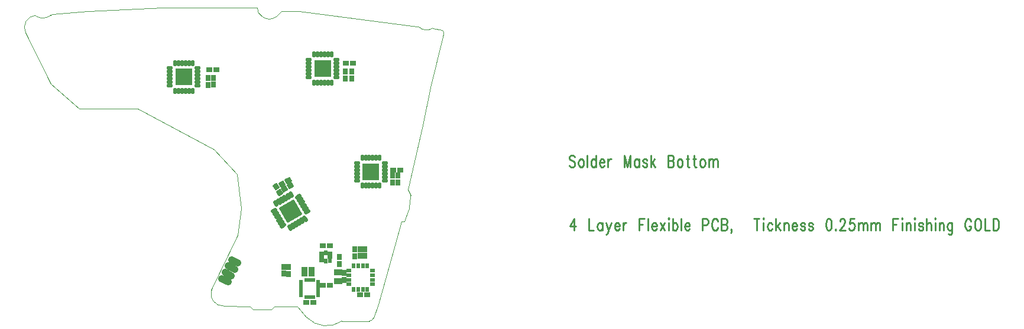
<source format=gbr>
*
*
G04 PADS 9.3 Build Number: 433611 generated Gerber (RS-274-X) file*
G04 PC Version=2.1*
*
%IN "MMSP_L.pcb"*%
*
%MOIN*%
*
%FSLAX35Y35*%
*
*
*
*
G04 PC Standard Apertures*
*
*
G04 Thermal Relief Aperture macro.*
%AMTER*
1,1,$1,0,0*
1,0,$1-$2,0,0*
21,0,$3,$4,0,0,45*
21,0,$3,$4,0,0,135*
%
*
*
G04 Annular Aperture macro.*
%AMANN*
1,1,$1,0,0*
1,0,$2,0,0*
%
*
*
G04 Odd Aperture macro.*
%AMODD*
1,1,$1,0,0*
1,0,$1-0.005,0,0*
%
*
*
G04 PC Custom Aperture Macros*
*
*
*
*
*
*
G04 PC Aperture Table*
*
%ADD010C,0.001*%
%ADD016C,0.01*%
%ADD045C,0.04*%
%ADD046R,0.035X0.03*%
%ADD047R,0.03X0.035*%
%ADD048R,0.045X0.034*%
%ADD049C,0.02181*%
%ADD050O,0.02181X0.03756*%
%ADD051O,0.03756X0.02181*%
%ADD052R,0.02575X0.01984*%
%ADD053R,0.01984X0.02575*%
%ADD054R,0.02378X0.01984*%
%ADD055R,0.01984X0.02378*%
%ADD056R,0.02575X0.02181*%
%ADD057R,0.02181X0.02575*%
%ADD058R,0.09661X0.09661*%
*
*
*
*
G04 PC Circuitry*
G04 Layer Name MMSP_L.pcb - circuitry*
%LPD*%
*
*
G04 PC Custom Flashes*
G04 Layer Name MMSP_L.pcb - flashes*
%LPD*%
*
*
G04 PC Circuitry*
G04 Layer Name MMSP_L.pcb - circuitry*
%LPD*%
*
G54D10*
G01X1084338Y879416D02*
G75*
G03X1091450Y870727I6795J-1694D01*
G01X1084337Y879411D02*
X1084469Y879661D01*
X1084449Y879640*
X1099338Y910590*
X1101338Y925590*
X1099000Y945000*
X1086000Y959000*
X1043000Y982000*
X1010098*
X994098Y996000*
X979772Y1024917*
X985282Y1034748D02*
G03X979774Y1024913I607J-6800D01*
G01X985288Y1034748D02*
X985335Y1034744D01*
X986024Y1034055*
X986021Y1034056D02*
G03X994094Y1034883I3373J6886D01*
G01X994091Y1034881D02*
X994565Y1035356D01*
X1015000Y1037000*
X1057000Y1039000*
X1110433*
G03X1113187Y1034052I5045J-433*
G01X1113191Y1034049D02*
G03X1121065I3937J4610D01*
G01X1121067Y1034051D02*
X1124016Y1037000D01*
X1134000*
X1200197Y1028298*
X1201353*
G03X1209173Y1027455I4431J4416*
G01X1209174D02*
X1209247Y1027530D01*
X1214758Y1026365*
X1215407Y1024033D02*
G03X1214757Y1026366I-2399J589D01*
G01X1215407Y1024032D02*
X1208068Y994095D01*
X1203663Y972687*
X1195353Y936537*
X1196877Y932972*
X1193429Y918301D02*
G03X1196877Y932946I-27976J14316D01*
G01X1193432Y918307D02*
X1191535D01*
X1188000Y905000*
X1178563Y871588*
X1175919Y863986*
X1173588Y862205D02*
G03X1175920Y863988I-330J2848D01*
G01X1173585Y862205D02*
X1158055D01*
X1138351Y864223D02*
G03X1158054Y862204I11040J10587D01*
G01X1138356Y864218D02*
X1132826Y870374D01*
X1120079*
X1118356Y868651*
X1108071*
X1106275Y870448*
X1091453Y870727*
G54D16*
X1126959Y940168D02*
X1129124Y941418D01*
X1128124Y943150*
X1125959Y941900*
X1126959Y940168*
X1126959*
X1126382Y941168D02*
X1128691D01*
X1126423Y942168D02*
X1128691D01*
X1126000Y941829D02*
Y941923D01*
X1127000Y940191D02*
Y942501D01*
X1128000Y940769D02*
Y943078D01*
X1129000Y941346D02*
Y941633D01*
X1123550Y938199D02*
X1125715Y939449D01*
X1124715Y941181*
X1122550Y939931*
X1123550Y938199*
X1123550*
X1122972Y939199D02*
X1125282D01*
X1123014Y940199D02*
X1125282D01*
X1123000Y939152D02*
Y940191D01*
X1124000Y938459D02*
Y940769D01*
X1125000Y939037D02*
Y940687D01*
X1122219Y937650D02*
X1120969Y939816D01*
X1119237Y938816*
X1120487Y936650*
X1122219Y937650*
X1120487Y936650D02*
X1120487D01*
X1119910Y937650D02*
X1122219D01*
X1119332Y938650D02*
X1121642D01*
X1120683Y939650D02*
X1121064D01*
X1120000Y937494D02*
Y939256D01*
X1121000Y936947D02*
Y939762D01*
X1122000Y937524D02*
Y938030D01*
X1124187Y934241D02*
X1122937Y936406D01*
X1121205Y935406*
X1122455Y933241*
X1124187Y934241*
X1122455Y933241D02*
X1122455D01*
X1121878Y934241D02*
X1124187D01*
X1121301Y935241D02*
X1123610D01*
X1122652Y936241D02*
X1123033D01*
X1122000Y934030D02*
Y935865D01*
X1123000Y933555D02*
Y936298D01*
X1124000Y934133D02*
Y934565D01*
X1128288Y937289D02*
X1130453Y938539D01*
X1129453Y940271*
X1127288Y939021*
X1128288Y937289*
X1128288*
X1127710Y938289D02*
X1130020D01*
X1127752Y939289D02*
X1130020D01*
X1128000Y937787D02*
Y939432D01*
X1129000Y937700D02*
Y940009D01*
X1130000Y938277D02*
Y939323D01*
X1124878Y935320D02*
X1127043Y936570D01*
X1126043Y938302*
X1123878Y937052*
X1124878Y935320*
X1124878*
X1124301Y936320D02*
X1126610D01*
X1124342Y937320D02*
X1126610D01*
X1124000Y936841D02*
Y937122D01*
X1125000Y935390D02*
Y937700D01*
X1126000Y935968D02*
Y938277D01*
X1127000Y936545D02*
Y936645D01*
X1130483Y930297D02*
X1122982Y925966D01*
X1127313Y918465*
X1134814Y922796*
X1130483Y930297*
X1127313Y918465D02*
X1127313D01*
X1126736Y919465D02*
X1129045D01*
X1126158Y920465D02*
X1130777D01*
X1125581Y921465D02*
X1132509D01*
X1125004Y922465D02*
X1134241D01*
X1124426Y923465D02*
X1134428D01*
X1123849Y924465D02*
X1133850D01*
X1123272Y925465D02*
X1133273D01*
X1123847Y926465D02*
X1132695D01*
X1125579Y927465D02*
X1132118D01*
X1127311Y928465D02*
X1131541D01*
X1129043Y929465D02*
X1130963D01*
X1123000Y925935D02*
Y925976D01*
X1124000Y924203D02*
Y926554D01*
X1125000Y922471D02*
Y927131D01*
X1126000Y920739D02*
Y927708D01*
X1127000Y919007D02*
Y928286D01*
X1128000Y918862D02*
Y928863D01*
X1129000Y919439D02*
Y929440D01*
X1130000Y920016D02*
Y930018D01*
X1131000Y920594D02*
Y929402D01*
X1132000Y921171D02*
Y927670D01*
X1133000Y921748D02*
Y925938D01*
X1134000Y922326D02*
Y924206D01*
X1289402Y954838D02*
X1288948Y955463D01*
X1288266Y955775*
X1287357*
X1286675Y955463*
X1286220Y954838*
Y954213*
X1286448Y953588*
X1286675Y953275*
X1287130Y952963*
X1288493Y952338*
X1288948Y952025*
X1289175Y951713*
X1289402Y951088*
Y950150*
X1288948Y949525*
X1288266Y949213*
X1287357*
X1286675Y949525*
X1286220Y950150*
X1292584Y953588D02*
X1292130Y953275D01*
X1291675Y952650*
X1291448Y951713*
Y951088*
X1291675Y950150*
X1292130Y949525*
X1292584Y949213*
X1293266*
X1293720Y949525*
X1294175Y950150*
X1294402Y951088*
Y951713*
X1294175Y952650*
X1293720Y953275*
X1293266Y953588*
X1292584*
X1296448Y955775D02*
Y949213D01*
X1301220Y955775D02*
Y949213D01*
Y952650D02*
X1300766Y953275D01*
X1300311Y953588*
X1299630*
X1299175Y953275*
X1298720Y952650*
X1298493Y951713*
Y951088*
X1298720Y950150*
X1299175Y949525*
X1299630Y949213*
X1300311*
X1300766Y949525*
X1301220Y950150*
X1303266Y951713D02*
X1305993D01*
Y952338*
X1305766Y952963*
X1305539Y953275*
X1305084Y953588*
X1304402*
X1303948Y953275*
X1303493Y952650*
X1303266Y951713*
Y951088*
X1303493Y950150*
X1303948Y949525*
X1304402Y949213*
X1305084*
X1305539Y949525*
X1305993Y950150*
X1308039Y953588D02*
Y949213D01*
Y951713D02*
X1308266Y952650D01*
X1308720Y953275*
X1309175Y953588*
X1309857*
X1317130Y955775D02*
Y949213D01*
Y955775D02*
X1318948Y949213D01*
X1320766Y955775D02*
X1318948Y949213D01*
X1320766Y955775D02*
Y949213D01*
X1325539Y953588D02*
Y949213D01*
Y952650D02*
X1325084Y953275D01*
X1324630Y953588*
X1323948*
X1323493Y953275*
X1323039Y952650*
X1322811Y951713*
Y951088*
X1323039Y950150*
X1323493Y949525*
X1323948Y949213*
X1324630*
X1325084Y949525*
X1325539Y950150*
X1330084Y952650D02*
X1329857Y953275D01*
X1329175Y953588*
X1328493*
X1327811Y953275*
X1327584Y952650*
X1327811Y952025*
X1328266Y951713*
X1329402Y951400*
X1329857Y951088*
X1330084Y950463*
Y950150*
X1329857Y949525*
X1329175Y949213*
X1328493*
X1327811Y949525*
X1327584Y950150*
X1332130Y955775D02*
Y949213D01*
X1334402Y953588D02*
X1332130Y950463D01*
X1333039Y951713D02*
X1334630Y949213D01*
X1341902Y955775D02*
Y949213D01*
Y955775D02*
X1343948D01*
X1344630Y955463*
X1344857Y955150*
X1345084Y954525*
Y953900*
X1344857Y953275*
X1344630Y952963*
X1343948Y952650*
X1341902D02*
X1343948D01*
X1344630Y952338*
X1344857Y952025*
X1345084Y951400*
Y950463*
X1344857Y949838*
X1344630Y949525*
X1343948Y949213*
X1341902*
X1348266Y953588D02*
X1347811Y953275D01*
X1347357Y952650*
X1347130Y951713*
Y951088*
X1347357Y950150*
X1347811Y949525*
X1348266Y949213*
X1348948*
X1349402Y949525*
X1349857Y950150*
X1350084Y951088*
Y951713*
X1349857Y952650*
X1349402Y953275*
X1348948Y953588*
X1348266*
X1352811Y955775D02*
Y950463D01*
X1353039Y949525*
X1353493Y949213*
X1353948*
X1352130Y953588D02*
X1353720D01*
X1356675Y955775D02*
Y950463D01*
X1356902Y949525*
X1357357Y949213*
X1357811*
X1355993Y953588D02*
X1357584D01*
X1360993D02*
X1360539Y953275D01*
X1360084Y952650*
X1359857Y951713*
Y951088*
X1360084Y950150*
X1360539Y949525*
X1360993Y949213*
X1361675*
X1362130Y949525*
X1362584Y950150*
X1362811Y951088*
Y951713*
X1362584Y952650*
X1362130Y953275*
X1361675Y953588*
X1360993*
X1364857D02*
Y949213D01*
Y952338D02*
X1365539Y953275D01*
X1365993Y953588*
X1366675*
X1367130Y953275*
X1367357Y952338*
Y949213*
Y952338D02*
X1368039Y953275D01*
X1368493Y953588*
X1369175*
X1369630Y953275*
X1369857Y952338*
Y949213*
X1288887Y919948D02*
X1286614Y915573D01*
X1290023*
X1288887Y919948D02*
Y913386D01*
X1297296Y919948D02*
Y913386D01*
X1300023*
X1304796Y917761D02*
Y913386D01*
Y916823D02*
X1304341Y917448D01*
X1303887Y917761*
X1303205*
X1302751Y917448*
X1302296Y916823*
X1302069Y915886*
Y915261*
X1302296Y914323*
X1302751Y913698*
X1303205Y913386*
X1303887*
X1304341Y913698*
X1304796Y914323*
X1307069Y917761D02*
X1308432Y913386D01*
X1309796Y917761D02*
X1308432Y913386D01*
X1307978Y912136*
X1307523Y911511*
X1307069Y911198*
X1306841*
X1311841Y915886D02*
X1314569D01*
Y916511*
X1314341Y917136*
X1314114Y917448*
X1313660Y917761*
X1312978*
X1312523Y917448*
X1312069Y916823*
X1311841Y915886*
Y915261*
X1312069Y914323*
X1312523Y913698*
X1312978Y913386*
X1313660*
X1314114Y913698*
X1314569Y914323*
X1316614Y917761D02*
Y913386D01*
Y915886D02*
X1316841Y916823D01*
X1317296Y917448*
X1317751Y917761*
X1318432*
X1325705Y919948D02*
Y913386D01*
Y919948D02*
X1328660D01*
X1325705Y916823D02*
X1327523D01*
X1330705Y919948D02*
Y913386D01*
X1332751Y915886D02*
X1335478D01*
Y916511*
X1335251Y917136*
X1335023Y917448*
X1334569Y917761*
X1333887*
X1333432Y917448*
X1332978Y916823*
X1332751Y915886*
Y915261*
X1332978Y914323*
X1333432Y913698*
X1333887Y913386*
X1334569*
X1335023Y913698*
X1335478Y914323*
X1337523Y917761D02*
X1340023Y913386D01*
Y917761D02*
X1337523Y913386D01*
X1342069Y919948D02*
X1342296Y919636D01*
X1342523Y919948*
X1342296Y920261*
X1342069Y919948*
X1342296Y917761D02*
Y913386D01*
X1344569Y919948D02*
Y913386D01*
Y916823D02*
X1345023Y917448D01*
X1345478Y917761*
X1346160*
X1346614Y917448*
X1347069Y916823*
X1347296Y915886*
Y915261*
X1347069Y914323*
X1346614Y913698*
X1346160Y913386*
X1345478*
X1345023Y913698*
X1344569Y914323*
X1349341Y919948D02*
Y913386D01*
X1351387Y915886D02*
X1354114D01*
Y916511*
X1353887Y917136*
X1353660Y917448*
X1353205Y917761*
X1352523*
X1352069Y917448*
X1351614Y916823*
X1351387Y915886*
Y915261*
X1351614Y914323*
X1352069Y913698*
X1352523Y913386*
X1353205*
X1353660Y913698*
X1354114Y914323*
X1361387Y919948D02*
Y913386D01*
Y919948D02*
X1363432D01*
X1364114Y919636*
X1364341Y919323*
X1364569Y918698*
Y917761*
X1364341Y917136*
X1364114Y916823*
X1363432Y916511*
X1361387*
X1370023Y918386D02*
X1369796Y919011D01*
X1369341Y919636*
X1368887Y919948*
X1367978*
X1367523Y919636*
X1367069Y919011*
X1366841Y918386*
X1366614Y917448*
Y915886*
X1366841Y914948*
X1367069Y914323*
X1367523Y913698*
X1367978Y913386*
X1368887*
X1369341Y913698*
X1369796Y914323*
X1370023Y914948*
X1372069Y919948D02*
Y913386D01*
Y919948D02*
X1374114D01*
X1374796Y919636*
X1375023Y919323*
X1375251Y918698*
Y918073*
X1375023Y917448*
X1374796Y917136*
X1374114Y916823*
X1372069D02*
X1374114D01*
X1374796Y916511*
X1375023Y916198*
X1375251Y915573*
Y914636*
X1375023Y914011*
X1374796Y913698*
X1374114Y913386*
X1372069*
X1377751Y913698D02*
X1377523Y913386D01*
X1377296Y913698*
X1377523Y914011*
X1377751Y913698*
Y913073*
X1377523Y912448*
X1377296Y912136*
X1391841Y919948D02*
Y913386D01*
X1390251Y919948D02*
X1393432D01*
X1395478D02*
X1395705Y919636D01*
X1395932Y919948*
X1395705Y920261*
X1395478Y919948*
X1395705Y917761D02*
Y913386D01*
X1400705Y916823D02*
X1400251Y917448D01*
X1399796Y917761*
X1399114*
X1398660Y917448*
X1398205Y916823*
X1397978Y915886*
Y915261*
X1398205Y914323*
X1398660Y913698*
X1399114Y913386*
X1399796*
X1400251Y913698*
X1400705Y914323*
X1402751Y919948D02*
Y913386D01*
X1405023Y917761D02*
X1402751Y914636D01*
X1403660Y915886D02*
X1405251Y913386D01*
X1407296Y917761D02*
Y913386D01*
Y916511D02*
X1407978Y917448D01*
X1408432Y917761*
X1409114*
X1409569Y917448*
X1409796Y916511*
Y913386*
X1411841Y915886D02*
X1414569D01*
Y916511*
X1414341Y917136*
X1414114Y917448*
X1413660Y917761*
X1412978*
X1412523Y917448*
X1412069Y916823*
X1411841Y915886*
Y915261*
X1412069Y914323*
X1412523Y913698*
X1412978Y913386*
X1413660*
X1414114Y913698*
X1414569Y914323*
X1419114Y916823D02*
X1418887Y917448D01*
X1418205Y917761*
X1417523*
X1416841Y917448*
X1416614Y916823*
X1416841Y916198*
X1417296Y915886*
X1418432Y915573*
X1418887Y915261*
X1419114Y914636*
Y914323*
X1418887Y913698*
X1418205Y913386*
X1417523*
X1416841Y913698*
X1416614Y914323*
X1423660Y916823D02*
X1423432Y917448D01*
X1422751Y917761*
X1422069*
X1421387Y917448*
X1421160Y916823*
X1421387Y916198*
X1421841Y915886*
X1422978Y915573*
X1423432Y915261*
X1423660Y914636*
Y914323*
X1423432Y913698*
X1422751Y913386*
X1422069*
X1421387Y913698*
X1421160Y914323*
X1432296Y919948D02*
X1431614Y919636D01*
X1431160Y918698*
X1430932Y917136*
Y916198*
X1431160Y914636*
X1431614Y913698*
X1432296Y913386*
X1432751*
X1433432Y913698*
X1433887Y914636*
X1434114Y916198*
Y917136*
X1433887Y918698*
X1433432Y919636*
X1432751Y919948*
X1432296*
X1436387Y914011D02*
X1436160Y913698D01*
X1436387Y913386*
X1436614Y913698*
X1436387Y914011*
X1438887Y918386D02*
Y918698D01*
X1439114Y919323*
X1439341Y919636*
X1439796Y919948*
X1440705*
X1441160Y919636*
X1441387Y919323*
X1441614Y918698*
Y918073*
X1441387Y917448*
X1440932Y916511*
X1438660Y913386*
X1441841*
X1446841Y919948D02*
X1444569D01*
X1444341Y917136*
X1444569Y917448*
X1445251Y917761*
X1445932*
X1446614Y917448*
X1447069Y916823*
X1447296Y915886*
X1447069Y915261*
X1446841Y914323*
X1446387Y913698*
X1445705Y913386*
X1445023*
X1444341Y913698*
X1444114Y914011*
X1443887Y914636*
X1449341Y917761D02*
Y913386D01*
Y916511D02*
X1450023Y917448D01*
X1450478Y917761*
X1451160*
X1451614Y917448*
X1451841Y916511*
Y913386*
Y916511D02*
X1452523Y917448D01*
X1452978Y917761*
X1453660*
X1454114Y917448*
X1454341Y916511*
Y913386*
X1456387Y917761D02*
Y913386D01*
Y916511D02*
X1457069Y917448D01*
X1457523Y917761*
X1458205*
X1458660Y917448*
X1458887Y916511*
Y913386*
Y916511D02*
X1459569Y917448D01*
X1460023Y917761*
X1460705*
X1461160Y917448*
X1461387Y916511*
Y913386*
X1468660Y919948D02*
Y913386D01*
Y919948D02*
X1471614D01*
X1468660Y916823D02*
X1470478D01*
X1473660Y919948D02*
X1473887Y919636D01*
X1474114Y919948*
X1473887Y920261*
X1473660Y919948*
X1473887Y917761D02*
Y913386D01*
X1476160Y917761D02*
Y913386D01*
Y916511D02*
X1476841Y917448D01*
X1477296Y917761*
X1477978*
X1478432Y917448*
X1478660Y916511*
Y913386*
X1480705Y919948D02*
X1480932Y919636D01*
X1481160Y919948*
X1480932Y920261*
X1480705Y919948*
X1480932Y917761D02*
Y913386D01*
X1485705Y916823D02*
X1485478Y917448D01*
X1484796Y917761*
X1484114*
X1483432Y917448*
X1483205Y916823*
X1483432Y916198*
X1483887Y915886*
X1485023Y915573*
X1485478Y915261*
X1485705Y914636*
Y914323*
X1485478Y913698*
X1484796Y913386*
X1484114*
X1483432Y913698*
X1483205Y914323*
X1487751Y919948D02*
Y913386D01*
Y916511D02*
X1488432Y917448D01*
X1488887Y917761*
X1489569*
X1490023Y917448*
X1490251Y916511*
Y913386*
X1492296Y919948D02*
X1492523Y919636D01*
X1492751Y919948*
X1492523Y920261*
X1492296Y919948*
X1492523Y917761D02*
Y913386D01*
X1494796Y917761D02*
Y913386D01*
Y916511D02*
X1495478Y917448D01*
X1495932Y917761*
X1496614*
X1497069Y917448*
X1497296Y916511*
Y913386*
X1502069Y917761D02*
Y912761D01*
X1501841Y911823*
X1501614Y911511*
X1501160Y911198*
X1500478*
X1500023Y911511*
X1502069Y916823D02*
X1501614Y917448D01*
X1501160Y917761*
X1500478*
X1500023Y917448*
X1499569Y916823*
X1499341Y915886*
Y915261*
X1499569Y914323*
X1500023Y913698*
X1500478Y913386*
X1501160*
X1501614Y913698*
X1502069Y914323*
X1512751Y918386D02*
X1512523Y919011D01*
X1512069Y919636*
X1511614Y919948*
X1510705*
X1510251Y919636*
X1509796Y919011*
X1509569Y918386*
X1509341Y917448*
Y915886*
X1509569Y914948*
X1509796Y914323*
X1510251Y913698*
X1510705Y913386*
X1511614*
X1512069Y913698*
X1512523Y914323*
X1512751Y914948*
Y915886*
X1511614D02*
X1512751D01*
X1516160Y919948D02*
X1515705Y919636D01*
X1515251Y919011*
X1515023Y918386*
X1514796Y917448*
Y915886*
X1515023Y914948*
X1515251Y914323*
X1515705Y913698*
X1516160Y913386*
X1517069*
X1517523Y913698*
X1517978Y914323*
X1518205Y914948*
X1518432Y915886*
Y917448*
X1518205Y918386*
X1517978Y919011*
X1517523Y919636*
X1517069Y919948*
X1516160*
X1520478D02*
Y913386D01*
X1523205*
X1525251Y919948D02*
Y913386D01*
Y919948D02*
X1526841D01*
X1527523Y919636*
X1527978Y919011*
X1528205Y918386*
X1528432Y917448*
Y915886*
X1528205Y914948*
X1527978Y914323*
X1527523Y913698*
X1526841Y913386*
X1525251*
G54D45*
X1095866Y896794D02*
X1099409Y894938D01*
X1094010Y893251D02*
X1097553Y891395D01*
X1092154Y889708D02*
X1095697Y887851D01*
X1090298Y886164D02*
X1093841Y884308D01*
G54D46*
X1140945Y888583D03*
X1137008D03*
X1190982Y947423D03*
X1187045D03*
X1087205Y1004134D03*
X1083268D03*
X1172384Y877113D03*
X1168447D03*
X1164173Y1007874D03*
X1160236D03*
X1138001Y872570D03*
X1141938D03*
X1137008Y891345D03*
X1140945D03*
X1147414Y904593D03*
X1151351D03*
X1147441Y882283D03*
X1151378D03*
G54D47*
X1189603Y940377D03*
Y944314D03*
X1082666Y995489D03*
Y999426D03*
X1168210Y898931D03*
Y902868D03*
X1165325Y898870D03*
Y902807D03*
X1160039Y999016D03*
Y1002953D03*
X1163780Y999213D03*
Y1003150D03*
X1186787Y940384D03*
Y944321D03*
X1085640Y995597D03*
Y999534D03*
X1170972Y898931D03*
Y902868D03*
X1156462Y894431D03*
Y898368D03*
X1159428Y889271D03*
Y885334D03*
X1125214Y892833D03*
Y888896D03*
X1127919Y892812D03*
Y888875D03*
G54D48*
X1155929Y884779D03*
Y889579D03*
G54D49*
X1123858Y915788D02*
X1125222Y916576D01*
X1122873Y917493D02*
X1124237Y918280D01*
X1121889Y919198D02*
X1123253Y919985D01*
X1120905Y920903D02*
X1122269Y921690D01*
X1119921Y922607D02*
X1121285Y923395D01*
X1118936Y924312D02*
X1120300Y925099D01*
X1120305Y929421D02*
X1121093Y928057D01*
X1122010Y930405D02*
X1122798Y929042D01*
X1123715Y931390D02*
X1124502Y930026D01*
X1125420Y932374D02*
X1126207Y931010D01*
X1127125Y933358D02*
X1127912Y931994D01*
X1128829Y934343D02*
X1129617Y932979D01*
X1132575Y932186D02*
X1133938Y932974D01*
X1133559Y930481D02*
X1134923Y931269D01*
X1134543Y928777D02*
X1135907Y929564D01*
X1135527Y927072D02*
X1136891Y927859D01*
X1136512Y925367D02*
X1137875Y926154D01*
X1137496Y923662D02*
X1138860Y924450D01*
X1136703Y920704D02*
X1137491Y919340D01*
X1134999Y919720D02*
X1135786Y918356D01*
X1133294Y918736D02*
X1134081Y917372D01*
X1131589Y917752D02*
X1132376Y916388D01*
X1129884Y916767D02*
X1130672Y915403D01*
X1128179Y915783D02*
X1128967Y914419D01*
G54D50*
X1142307Y1012589D03*
X1144275D03*
X1146244D03*
X1148212D03*
X1150181D03*
X1152149D03*
Y996841D03*
X1150181D03*
X1148212D03*
X1146244D03*
X1144275D03*
X1142307D03*
X1169488Y954331D03*
X1171457D03*
X1173425D03*
X1175394D03*
X1177362D03*
X1179331D03*
Y938583D03*
X1177362D03*
X1175394D03*
X1173425D03*
X1171457D03*
X1169488D03*
X1063976Y1007874D03*
X1065945D03*
X1067913D03*
X1069882D03*
X1071850D03*
X1073819D03*
Y992126D03*
X1071850D03*
X1069882D03*
X1067913D03*
X1065945D03*
X1063976D03*
G54D51*
X1155102Y1009637D03*
Y1007668D03*
Y1005700D03*
Y1003731D03*
Y1001763D03*
Y999794D03*
X1139354D03*
Y1001763D03*
Y1003731D03*
Y1005700D03*
Y1007668D03*
Y1009637D03*
X1182283Y951378D03*
Y949409D03*
Y947441D03*
Y945472D03*
Y943504D03*
Y941535D03*
X1166535D03*
Y943504D03*
Y945472D03*
Y947441D03*
Y949409D03*
Y951378D03*
X1076772Y1004921D03*
Y1002953D03*
Y1000984D03*
Y999016D03*
Y997047D03*
Y995079D03*
X1061024D03*
Y997047D03*
Y999016D03*
Y1000984D03*
Y1002953D03*
Y1004921D03*
G54D52*
X1146521Y900303D03*
Y898334D03*
Y896366D03*
X1151324Y898334D03*
Y900303D03*
G54D53*
X1148922Y900598D03*
Y896070D03*
X1151324Y896366D03*
G54D54*
X1144743Y884487D03*
Y882518D03*
Y880550D03*
Y878581D03*
Y876613D03*
X1135098D03*
Y878581D03*
Y880550D03*
Y882518D03*
Y884487D03*
G54D55*
X1141889Y875727D03*
X1139921D03*
X1137952D03*
Y885373D03*
X1139921D03*
X1141889D03*
G54D56*
X1175228Y890579D03*
Y888020D03*
Y885461D03*
Y882902D03*
X1161843D03*
Y885461D03*
Y888020D03*
Y890579D03*
G54D57*
X1172374Y880047D03*
X1169815D03*
X1167256D03*
X1164697D03*
Y893433D03*
X1167256D03*
X1169815D03*
X1172374D03*
G54D58*
X1147228Y1004715D03*
X1174409Y946457D03*
X1068898Y1000000D03*
G74*
X0Y0D02*
M02*

</source>
